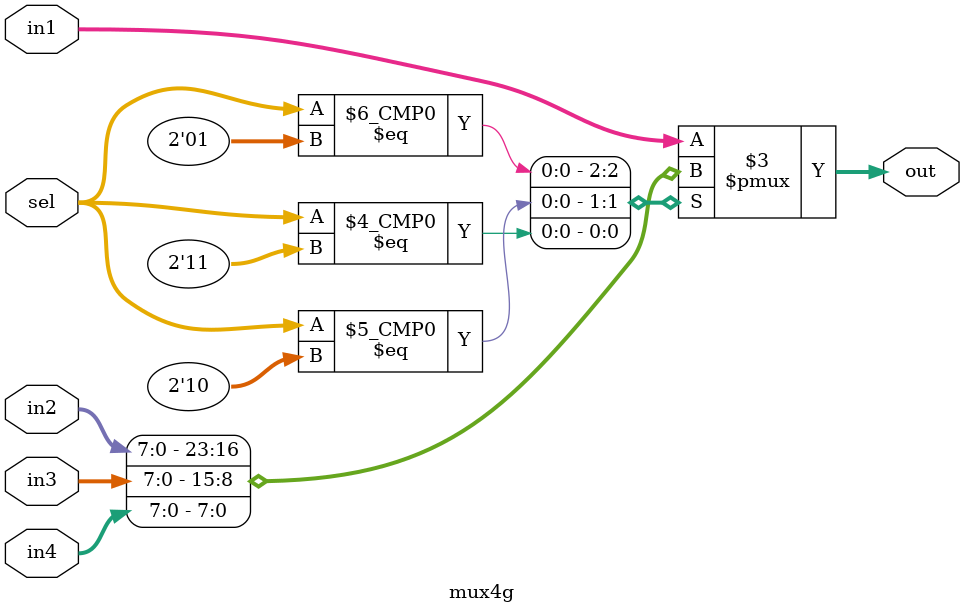
<source format=v>
module mux4g #(parameter N = 8) (
  input      [1:0]   sel,
  input      [N-1:0] in1,
  input      [N-1:0] in2,
  input      [N-1:0] in3,
  input      [N-1:0] in4,
  output reg [N-1:0] out
  );

  always @(*)
    case (sel)
      default: out = in1;
      2'b01:   out = in2;
      2'b10:   out = in3;
      2'b11:   out = in4;
    endcase

endmodule


</source>
